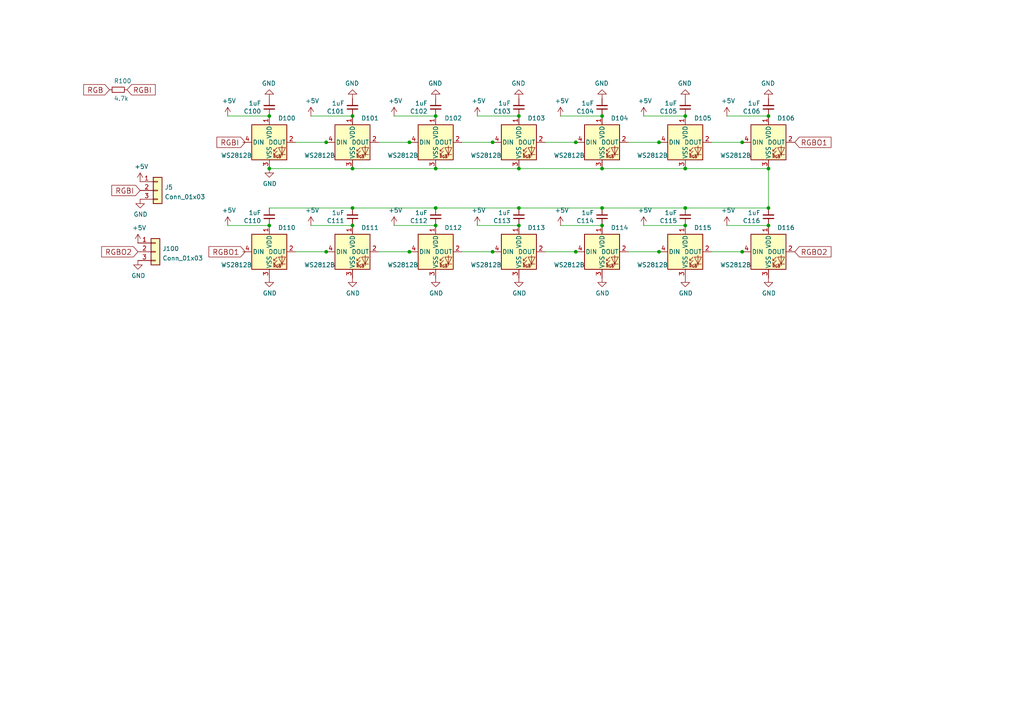
<source format=kicad_sch>
(kicad_sch (version 20211123) (generator eeschema)
  (paper "A4")
  (title_block (title "MNT Reform 2 Keyboard - ergo remix") (date "2022-2-22") (rev "1-ergo") (company "Copyright 2017-2020 MNT Research GmbH and milestogo") (comment 1 "https://mntre.com") (comment 2 "Original Engineer: Lukas F. Hartmann") (comment 3 "License: CERN-OHL-S 2.0") (comment 4 "remix at https://github.com/milestogo/reform"))
  (lib_symbols
    (symbol "Connector_Generic:Conn_01x03" (pin_names (offset 1.016) hide)
      (property "Reference" "J" (at 0 5.08 0))
      (property "Value" "Conn_01x03" (at 0 -5.08 0))
      (symbol "Conn_01x03_1_1"
        (rectangle (start -1.27 -2.413) (end 0 -2.667) (stroke (width 0.1524)))
        (rectangle (start -1.27 0.127) (end 0 -0.127) (stroke (width 0.1524)))
        (rectangle (start -1.27 2.667) (end 0 2.413) (stroke (width 0.1524)))
        (rectangle (start -1.27 3.81) (end 1.27 -3.81) (stroke (width 0.254)) (fill (type background)))
        (pin passive line (at -5.08 2.54 0) (length 3.81) (name "Pin_1") (number "1"))
        (pin passive line (at -5.08 0 0) (length 3.81) (name "Pin_2") (number "2"))
        (pin passive line (at -5.08 -2.54 0) (length 3.81) (name "Pin_3") (number "3"))
      )
    )
    (symbol "LED:WS2812B" (pin_names (offset 0.254))
      (property "Reference" "D" (at 5.08 5.715 0))
      (property "Value" "WS2812B" (at 1.27 -5.715 0))
      (symbol "WS2812B_0_0"
        (text "RGB" (at 2.286 -4.191 0) (effects (font (size 0.762 0.762))))
      )
      (symbol "WS2812B_0_1"
        (polyline (pts (xy 1.27 -3.556) (xy 1.778 -3.556)))
        (polyline (pts (xy 1.27 -2.54) (xy 1.778 -2.54)))
        (polyline (pts (xy 4.699 -3.556) (xy 2.667 -3.556)))
        (polyline (pts (xy 2.286 -2.54) (xy 1.27 -3.556) (xy 1.27 -3.048)))
        (polyline (pts (xy 2.286 -1.524) (xy 1.27 -2.54) (xy 1.27 -2.032)))
        (polyline (pts (xy 3.683 -1.016) (xy 3.683 -3.556) (xy 3.683 -4.064)))
        (polyline (pts (xy 4.699 -1.524) (xy 2.667 -1.524) (xy 3.683 -3.556) (xy 4.699 -1.524)))
        (rectangle (start 5.08 5.08) (end -5.08 -5.08) (stroke (width 0.254)) (fill (type background)))
      )
      (symbol "WS2812B_1_1"
        (pin power_in line (at 0 7.62 270) (length 2.54) (name "VDD") (number "1"))
        (pin output line (at 7.62 0 180) (length 2.54) (name "DOUT") (number "2"))
        (pin power_in line (at 0 -7.62 90) (length 2.54) (name "VSS") (number "3"))
        (pin input line (at -7.62 0 0) (length 2.54) (name "DIN") (number "4"))
      )
    )
    (symbol "power:+5V" (power) (pin_names (offset 0))
      (property "Value" "+5V" (at 0 3.556 0))
      (symbol "+5V_0_1"
        (polyline (pts (xy -0.762 1.27) (xy 0 2.54)))
        (polyline (pts (xy 0 0) (xy 0 2.54)))
        (polyline (pts (xy 0 2.54) (xy 0.762 1.27)))
      )
      (symbol "+5V_1_1"
        (pin power_in line (at 0 0 90) (length 0) hide (name "+5V") (number "1"))
      )
    )
    (symbol "power:GND" (power) (pin_names (offset 0))
      (property "Value" "GND" (at 0 -3.81 0))
      (symbol "GND_0_1"
        (polyline (pts (xy 0 0) (xy 0 -1.27) (xy 1.27 -1.27) (xy 0 -2.54) (xy -1.27 -1.27) (xy 0 -1.27)))
      )
      (symbol "GND_1_1"
        (pin power_in line (at 0 0 270) (length 0) hide (name "GND") (number "1"))
      )
    )
    (symbol "reform2-keyboard-rescue:C_Small-Device" (pin_numbers hide) (pin_names (offset 0.254) hide)
      (property "Reference" "C" (at 0.254 1.778 0))
      (property "Value" "C_Small-Device" (at 0.254 -2.032 0))
      (symbol "C_Small-Device_0_1"
        (polyline (pts (xy -1.524 -0.508) (xy 1.524 -0.508)) (stroke (width 0.3302)))
        (polyline (pts (xy -1.524 0.508) (xy 1.524 0.508)) (stroke (width 0.3048)))
      )
      (symbol "C_Small-Device_1_1"
        (pin passive line (at 0 2.54 270) (length 2.032) (name "~") (number "1"))
        (pin passive line (at 0 -2.54 90) (length 2.032) (name "~") (number "2"))
      )
    )
    (symbol "reform2-keyboard-rescue:R_Small-Device" (pin_numbers hide) (pin_names (offset 0.254) hide)
      (property "Reference" "R" (at 0.762 0.508 0))
      (property "Value" "R_Small-Device" (at 0.762 -1.016 0))
      (symbol "R_Small-Device_0_1"
        (rectangle (start -0.762 1.778) (end 0.762 -1.778) (stroke (width 0.2032)))
      )
      (symbol "R_Small-Device_1_1"
        (pin passive line (at 0 2.54 270) (length 0.762) (name "~") (number "1"))
        (pin passive line (at 0 -2.54 90) (length 0.762) (name "~") (number "2"))
      )
    )
  )
  (junction (at 126.365 48.895))
  (junction (at 118.745 41.275))
  (junction (at 191.135 41.275))
  (junction (at 78.105 33.655))
  (junction (at 174.625 48.895))
  (junction (at 150.495 33.655))
  (junction (at 142.875 41.275))
  (junction (at 198.755 65.405))
  (junction (at 126.365 33.655))
  (junction (at 102.235 60.325))
  (junction (at 78.105 65.405))
  (junction (at 222.885 60.325))
  (junction (at 102.235 65.405))
  (junction (at 118.745 73.025))
  (junction (at 102.235 48.895))
  (junction (at 222.885 48.895))
  (junction (at 198.755 48.895))
  (junction (at 126.365 65.405))
  (junction (at 222.885 33.655))
  (junction (at 222.885 65.405))
  (junction (at 167.005 73.025))
  (junction (at 150.495 65.405))
  (junction (at 126.365 60.325))
  (junction (at 78.105 48.895))
  (junction (at 198.755 60.325))
  (junction (at 150.495 60.325))
  (junction (at 94.615 73.025))
  (junction (at 150.495 48.895))
  (junction (at 191.135 73.025))
  (junction (at 215.265 41.275))
  (junction (at 174.625 33.655))
  (junction (at 94.615 41.275))
  (junction (at 102.235 33.655))
  (junction (at 174.625 60.325))
  (junction (at 142.875 73.025))
  (junction (at 174.625 65.405))
  (junction (at 215.265 73.025))
  (junction (at 167.005 41.275))
  (junction (at 198.755 33.655))
  (wire (pts (xy 198.755 60.325) (xy 222.885 60.325)))
  (wire (pts (xy 78.105 60.325) (xy 102.235 60.325)))
  (wire (pts (xy 85.725 73.025) (xy 94.615 73.025)))
  (wire (pts (xy 150.495 48.895) (xy 174.625 48.895)))
  (wire (pts (xy 174.625 60.325) (xy 198.755 60.325)))
  (wire (pts (xy 126.365 60.325) (xy 150.495 60.325)))
  (wire (pts (xy 133.985 41.275) (xy 142.875 41.275)))
  (wire (pts (xy 198.755 48.895) (xy 222.885 48.895)))
  (wire (pts (xy 206.375 73.025) (xy 215.265 73.025)))
  (wire (pts (xy 191.135 73.025) (xy 191.77 73.025)))
  (wire (pts (xy 126.365 48.895) (xy 150.495 48.895)))
  (wire (pts (xy 158.115 41.275) (xy 167.005 41.275)))
  (wire (pts (xy 158.115 73.025) (xy 167.005 73.025)))
  (wire (pts (xy 66.04 65.405) (xy 78.105 65.405)))
  (wire (pts (xy 167.005 73.025) (xy 167.64 73.025)))
  (wire (pts (xy 70.485 73.025) (xy 71.12 73.025)))
  (wire (pts (xy 90.17 33.655) (xy 102.235 33.655)))
  (wire (pts (xy 215.265 41.275) (xy 215.9 41.275)))
  (wire (pts (xy 138.43 65.405) (xy 150.495 65.405)))
  (wire (pts (xy 167.005 41.275) (xy 167.64 41.275)))
  (wire (pts (xy 66.04 33.655) (xy 78.105 33.655)))
  (wire (pts (xy 118.745 73.025) (xy 119.38 73.025)))
  (wire (pts (xy 114.3 33.655) (xy 126.365 33.655)))
  (wire (pts (xy 102.235 60.325) (xy 126.365 60.325)))
  (wire (pts (xy 210.82 65.405) (xy 222.885 65.405)))
  (wire (pts (xy 162.56 65.405) (xy 174.625 65.405)))
  (wire (pts (xy 210.82 33.655) (xy 222.885 33.655)))
  (wire (pts (xy 182.245 41.275) (xy 191.135 41.275)))
  (wire (pts (xy 85.725 41.275) (xy 94.615 41.275)))
  (wire (pts (xy 102.235 48.895) (xy 78.105 48.895)))
  (wire (pts (xy 182.245 73.025) (xy 191.135 73.025)))
  (wire (pts (xy 94.615 41.275) (xy 95.25 41.275)))
  (wire (pts (xy 90.17 65.405) (xy 102.235 65.405)))
  (wire (pts (xy 133.985 73.025) (xy 142.875 73.025)))
  (wire (pts (xy 109.855 73.025) (xy 118.745 73.025)))
  (wire (pts (xy 94.615 73.025) (xy 95.25 73.025)))
  (wire (pts (xy 186.69 65.405) (xy 198.755 65.405)))
  (wire (pts (xy 174.625 48.895) (xy 198.755 48.895)))
  (wire (pts (xy 109.855 41.275) (xy 118.745 41.275)))
  (wire (pts (xy 206.375 41.275) (xy 215.265 41.275)))
  (wire (pts (xy 191.135 41.275) (xy 191.77 41.275)))
  (wire (pts (xy 114.3 65.405) (xy 126.365 65.405)))
  (wire (pts (xy 150.495 60.325) (xy 174.625 60.325)))
  (wire (pts (xy 138.43 33.655) (xy 150.495 33.655)))
  (wire (pts (xy 102.235 48.895) (xy 126.365 48.895)))
  (wire (pts (xy 162.56 33.655) (xy 174.625 33.655)))
  (wire (pts (xy 215.265 73.025) (xy 215.9 73.025)))
  (wire (pts (xy 186.69 33.655) (xy 198.755 33.655)))
  (wire (pts (xy 118.745 41.275) (xy 119.38 41.275)))
  (wire (pts (xy 222.885 60.325) (xy 222.885 48.895)))
  (wire (pts (xy 142.875 73.025) (xy 143.51 73.025)))
  (wire (pts (xy 142.875 41.275) (xy 143.51 41.275)))
  (wire (pts (xy 78.105 48.26) (xy 78.105 48.895)))
  (wire (pts (xy 70.485 41.275) (xy 71.12 41.275)))
  (global_label "RGBI" (shape input) (at 40.64 55.245 180) (effects (font (size 1.524 1.524))) (property "Intersheet References" "${INTERSHEET_REFS}" (effects hide)))
  (global_label "RGBI" (shape input) (at 36.83 26.035 0) (effects (font (size 1.524 1.524))) (property "Intersheet References" "${INTERSHEET_REFS}" (effects hide)))
  (global_label "RGBO1" (shape input) (at 230.505 41.275 0) (effects (font (size 1.524 1.524))) (property "Intersheet References" "${INTERSHEET_REFS}" (effects hide)))
  (global_label "RGBI" (shape input) (at 71.12 41.275 180) (effects (font (size 1.524 1.524))) (property "Intersheet References" "${INTERSHEET_REFS}" (effects hide)))
  (global_label "RGBO2" (shape input) (at 230.505 73.025 0) (effects (font (size 1.524 1.524))) (property "Intersheet References" "${INTERSHEET_REFS}" (effects hide)))
  (global_label "RGBO2" (shape input) (at 40.005 73.025 180) (effects (font (size 1.524 1.524))) (property "Intersheet References" "${INTERSHEET_REFS}" (effects hide)))
  (global_label "RGB" (shape input) (at 31.75 26.035 180) (effects (font (size 1.524 1.524))) (property "Intersheet References" "${INTERSHEET_REFS}" (effects hide)))
  (global_label "RGBO1" (shape input) (at 71.12 73.025 180) (effects (font (size 1.524 1.524))) (property "Intersheet References" "${INTERSHEET_REFS}" (effects hide)))
  (symbol (lib_id "power:+5V") (at 66.04 33.655 0) (unit 1)
    (property "Reference" "#PWR020" (effects hide))
    (property "Value" "+5V" (at 66.421 29.2608 0))
  )
  (symbol (lib_id "reform2-keyboard-rescue:C_Small-Device") (at 78.105 31.115 180) (unit 1)
    (property "Reference" "C100" (at 75.7682 32.2834 0) (effects (justify left)))
    (property "Value" "1uF" (at 75.7682 29.972 0) (effects (justify left)))
    (property "Footprint" "Capacitor_SMD:C_0603_1608Metric" (effects hide))
    (property "Manufacturer" "Taiyo Yuden" (effects hide))
    (property "Manufacturer_No" "JMK107BB7475KA-T" (effects hide))
  )
  (symbol (lib_id "power:GND") (at 78.105 28.575 180) (unit 1)
    (property "Reference" "#PWR021" (effects hide))
    (property "Value" "GND" (at 77.978 24.1808 0))
  )
  (symbol (lib_id "power:GND") (at 222.885 28.575 180) (unit 1)
    (property "Reference" "#PWR0129" (effects hide))
    (property "Value" "GND" (at 222.758 24.1808 0))
  )
  (symbol (lib_id "power:+5V") (at 138.43 65.405 0) (unit 1)
    (property "Reference" "#PWR0116" (effects hide))
    (property "Value" "+5V" (at 138.811 61.0108 0))
  )
  (symbol (lib_id "reform2-keyboard-rescue:R_Small-Device") (at 34.29 26.035 270) (unit 1)
    (property "Reference" "R100" (at 33.02 23.495 90) (effects (justify left)))
    (property "Value" "4.7k" (at 33.02 28.575 90) (effects (justify left)))
    (property "Footprint" "Resistor_SMD:R_0805_2012Metric_Pad1.20x1.40mm_HandSolder" (effects hide))
    (property "Manufacturer" "Vishay Dale" (effects hide))
    (property "Manufacturer_No" "CRCW06030000Z0EAC" (effects hide))
  )
  (symbol (lib_id "power:GND") (at 198.755 80.645 0) (unit 1)
    (property "Reference" "#PWR0106" (effects hide))
    (property "Value" "GND" (at 198.882 85.0392 0))
  )
  (symbol (lib_id "reform2-keyboard-rescue:C_Small-Device") (at 150.495 62.865 180) (unit 1)
    (property "Reference" "C113" (at 148.1582 64.0334 0) (effects (justify left)))
    (property "Value" "1uF" (at 148.1582 61.722 0) (effects (justify left)))
    (property "Footprint" "Capacitor_SMD:C_0603_1608Metric" (effects hide))
    (property "Manufacturer" "Taiyo Yuden" (effects hide))
    (property "Manufacturer_No" "JMK107BB7475KA-T" (effects hide))
  )
  (symbol (lib_id "reform2-keyboard-rescue:C_Small-Device") (at 222.885 31.115 180) (unit 1)
    (property "Reference" "C106" (at 220.5482 32.2834 0) (effects (justify left)))
    (property "Value" "1uF" (at 220.5482 29.972 0) (effects (justify left)))
    (property "Footprint" "Capacitor_SMD:C_0603_1608Metric" (effects hide))
    (property "Manufacturer" "Taiyo Yuden" (effects hide))
    (property "Manufacturer_No" "JMK107BB7475KA-T" (effects hide))
  )
  (symbol (lib_id "power:+5V") (at 114.3 65.405 0) (unit 1)
    (property "Reference" "#PWR0118" (effects hide))
    (property "Value" "+5V" (at 114.681 61.0108 0))
  )
  (symbol (lib_id "power:+5V") (at 210.82 33.655 0) (unit 1)
    (property "Reference" "#PWR0128" (effects hide))
    (property "Value" "+5V" (at 211.201 29.2608 0))
  )
  (symbol (lib_id "power:GND") (at 40.005 75.565 0) (unit 1)
    (property "Reference" "#PWR0112" (effects hide))
    (property "Value" "GND" (at 40.132 79.9592 0))
  )
  (symbol (lib_id "power:GND") (at 102.235 80.645 0) (unit 1)
    (property "Reference" "#PWR0144" (effects hide))
    (property "Value" "GND" (at 102.362 85.0392 0))
  )
  (symbol (lib_id "LED:WS2812B") (at 174.625 41.275 0) (unit 1)
    (property "Reference" "D104" (at 179.705 34.29 0))
    (property "Value" "WS2812B" (at 165.1 45.085 0))
    (property "Footprint" "keebio:SK6812-MINI-E" (effects hide))
    (property "Datasheet" "https://cdn-shop.adafruit.com/datasheets/WS2812B.pdf" (effects hide))
  )
  (symbol (lib_id "power:+5V") (at 186.69 65.405 0) (unit 1)
    (property "Reference" "#PWR0134" (effects hide))
    (property "Value" "+5V" (at 187.071 61.0108 0))
  )
  (symbol (lib_id "power:GND") (at 222.885 80.645 0) (unit 1)
    (property "Reference" "#PWR0110" (effects hide))
    (property "Value" "GND" (at 223.012 85.0392 0))
  )
  (symbol (lib_id "power:+5V") (at 66.04 65.405 0) (unit 1)
    (property "Reference" "#PWR0142" (effects hide))
    (property "Value" "+5V" (at 66.421 61.0108 0))
  )
  (symbol (lib_id "power:+5V") (at 90.17 65.405 0) (unit 1)
    (property "Reference" "#PWR0139" (effects hide))
    (property "Value" "+5V" (at 90.551 61.0108 0))
  )
  (symbol (lib_id "LED:WS2812B") (at 126.365 41.275 0) (unit 1)
    (property "Reference" "D102" (at 131.445 34.29 0))
    (property "Value" "WS2812B" (at 116.84 45.085 0))
    (property "Footprint" "keebio:SK6812-MINI-E" (effects hide))
    (property "Datasheet" "https://cdn-shop.adafruit.com/datasheets/WS2812B.pdf" (effects hide))
  )
  (symbol (lib_id "reform2-keyboard-rescue:C_Small-Device") (at 174.625 62.865 180) (unit 1)
    (property "Reference" "C114" (at 172.2882 64.0334 0) (effects (justify left)))
    (property "Value" "1uF" (at 172.2882 61.722 0) (effects (justify left)))
    (property "Footprint" "Capacitor_SMD:C_0603_1608Metric" (effects hide))
    (property "Manufacturer" "Taiyo Yuden" (effects hide))
    (property "Manufacturer_No" "JMK107BB7475KA-T" (effects hide))
  )
  (symbol (lib_id "power:+5V") (at 90.17 33.655 0) (unit 1)
    (property "Reference" "#PWR0146" (effects hide))
    (property "Value" "+5V" (at 90.551 29.2608 0))
  )
  (symbol (lib_id "power:GND") (at 102.235 28.575 180) (unit 1)
    (property "Reference" "#PWR0145" (effects hide))
    (property "Value" "GND" (at 102.108 24.1808 0))
  )
  (symbol (lib_id "power:+5V") (at 162.56 65.405 0) (unit 1)
    (property "Reference" "#PWR0109" (effects hide))
    (property "Value" "+5V" (at 162.941 61.0108 0))
  )
  (symbol (lib_id "reform2-keyboard-rescue:C_Small-Device") (at 102.235 31.115 180) (unit 1)
    (property "Reference" "C101" (at 99.8982 32.2834 0) (effects (justify left)))
    (property "Value" "1uF" (at 99.8982 29.972 0) (effects (justify left)))
    (property "Footprint" "Capacitor_SMD:C_0603_1608Metric" (effects hide))
    (property "Manufacturer" "Taiyo Yuden" (effects hide))
    (property "Manufacturer_No" "JMK107BB7475KA-T" (effects hide))
  )
  (symbol (lib_id "power:GND") (at 150.495 28.575 180) (unit 1)
    (property "Reference" "#PWR0123" (effects hide))
    (property "Value" "GND" (at 150.368 24.1808 0))
  )
  (symbol (lib_id "LED:WS2812B") (at 78.105 41.275 0) (unit 1)
    (property "Reference" "D100" (at 83.185 34.29 0))
    (property "Value" "WS2812B" (at 68.58 45.085 0))
    (property "Footprint" "keebio:SK6812-MINI-E" (effects hide))
    (property "Datasheet" "https://cdn-shop.adafruit.com/datasheets/WS2812B.pdf" (effects hide))
  )
  (symbol (lib_id "reform2-keyboard-rescue:C_Small-Device") (at 198.755 62.865 180) (unit 1)
    (property "Reference" "C115" (at 196.4182 64.0334 0) (effects (justify left)))
    (property "Value" "1uF" (at 196.4182 61.722 0) (effects (justify left)))
    (property "Footprint" "Capacitor_SMD:C_0603_1608Metric" (effects hide))
    (property "Manufacturer" "Taiyo Yuden" (effects hide))
    (property "Manufacturer_No" "JMK107BB7475KA-T" (effects hide))
  )
  (symbol (lib_id "power:+5V") (at 40.64 52.705 0) (unit 1)
    (property "Reference" "#PWR0135" (effects hide))
    (property "Value" "+5V" (at 41.021 48.3108 0))
  )
  (symbol (lib_id "LED:WS2812B") (at 150.495 41.275 0) (unit 1)
    (property "Reference" "D103" (at 155.575 34.29 0))
    (property "Value" "WS2812B" (at 140.97 45.085 0))
    (property "Footprint" "keebio:SK6812-MINI-E" (effects hide))
    (property "Datasheet" "https://cdn-shop.adafruit.com/datasheets/WS2812B.pdf" (effects hide))
  )
  (symbol (lib_id "LED:WS2812B") (at 150.495 73.025 0) (unit 1)
    (property "Reference" "D113" (at 155.575 66.04 0))
    (property "Value" "WS2812B" (at 140.97 76.835 0))
    (property "Footprint" "keebio:SK6812-MINI-E" (effects hide))
    (property "Datasheet" "https://cdn-shop.adafruit.com/datasheets/WS2812B.pdf" (effects hide))
  )
  (symbol (lib_id "reform2-keyboard-rescue:C_Small-Device") (at 78.105 62.865 180) (unit 1)
    (property "Reference" "C110" (at 75.7682 64.0334 0) (effects (justify left)))
    (property "Value" "1uF" (at 75.7682 61.722 0) (effects (justify left)))
    (property "Footprint" "Capacitor_SMD:C_0603_1608Metric" (effects hide))
    (property "Manufacturer" "Taiyo Yuden" (effects hide))
    (property "Manufacturer_No" "JMK107BB7475KA-T" (effects hide))
  )
  (symbol (lib_id "power:GND") (at 174.625 80.645 0) (unit 1)
    (property "Reference" "#PWR0107" (effects hide))
    (property "Value" "GND" (at 174.752 85.0392 0))
  )
  (symbol (lib_id "Connector_Generic:Conn_01x03") (at 45.085 73.025 0) (unit 1)
    (property "Reference" "J100" (at 47.117 72.1165 0) (effects (justify left)))
    (property "Value" "Conn_01x03" (at 47.117 74.8916 0) (effects (justify left)))
    (property "Footprint" "Connector_PinHeader_2.54mm:PinHeader_1x03_P2.54mm_Vertical" (effects hide))
  )
  (symbol (lib_id "power:+5V") (at 114.3 33.655 0) (unit 1)
    (property "Reference" "#PWR0114" (effects hide))
    (property "Value" "+5V" (at 114.681 29.2608 0))
  )
  (symbol (lib_id "power:GND") (at 174.625 28.575 180) (unit 1)
    (property "Reference" "#PWR0125" (effects hide))
    (property "Value" "GND" (at 174.498 24.1808 0))
  )
  (symbol (lib_id "LED:WS2812B") (at 222.885 73.025 0) (unit 1)
    (property "Reference" "D116" (at 227.965 66.04 0))
    (property "Value" "WS2812B" (at 213.36 76.835 0))
    (property "Footprint" "keebio:SK6812-MINI-E" (effects hide))
    (property "Datasheet" "https://cdn-shop.adafruit.com/datasheets/WS2812B.pdf" (effects hide))
  )
  (symbol (lib_id "LED:WS2812B") (at 198.755 41.275 0) (unit 1)
    (property "Reference" "D105" (at 203.835 34.29 0))
    (property "Value" "WS2812B" (at 189.23 45.085 0))
    (property "Footprint" "keebio:SK6812-MINI-E" (effects hide))
    (property "Datasheet" "https://cdn-shop.adafruit.com/datasheets/WS2812B.pdf" (effects hide))
  )
  (symbol (lib_id "power:+5V") (at 40.005 70.485 0) (unit 1)
    (property "Reference" "#PWR0111" (effects hide))
    (property "Value" "+5V" (at 40.386 66.0908 0))
  )
  (symbol (lib_id "reform2-keyboard-rescue:C_Small-Device") (at 174.625 31.115 180) (unit 1)
    (property "Reference" "C104" (at 172.2882 32.2834 0) (effects (justify left)))
    (property "Value" "1uF" (at 172.2882 29.972 0) (effects (justify left)))
    (property "Footprint" "Capacitor_SMD:C_0603_1608Metric" (effects hide))
    (property "Manufacturer" "Taiyo Yuden" (effects hide))
    (property "Manufacturer_No" "JMK107BB7475KA-T" (effects hide))
  )
  (symbol (lib_id "LED:WS2812B") (at 198.755 73.025 0) (unit 1)
    (property "Reference" "D115" (at 203.835 66.04 0))
    (property "Value" "WS2812B" (at 189.23 76.835 0))
    (property "Footprint" "keebio:SK6812-MINI-E" (effects hide))
    (property "Datasheet" "https://cdn-shop.adafruit.com/datasheets/WS2812B.pdf" (effects hide))
  )
  (symbol (lib_id "LED:WS2812B") (at 126.365 73.025 0) (unit 1)
    (property "Reference" "D112" (at 131.445 66.04 0))
    (property "Value" "WS2812B" (at 116.84 76.835 0))
    (property "Footprint" "keebio:SK6812-MINI-E" (effects hide))
    (property "Datasheet" "https://cdn-shop.adafruit.com/datasheets/WS2812B.pdf" (effects hide))
  )
  (symbol (lib_id "LED:WS2812B") (at 222.885 41.275 0) (unit 1)
    (property "Reference" "D106" (at 227.965 34.29 0))
    (property "Value" "WS2812B" (at 213.36 45.085 0))
    (property "Footprint" "keebio:SK6812-MINI-E" (effects hide))
    (property "Datasheet" "https://cdn-shop.adafruit.com/datasheets/WS2812B.pdf" (effects hide))
  )
  (symbol (lib_id "reform2-keyboard-rescue:C_Small-Device") (at 222.885 62.865 180) (unit 1)
    (property "Reference" "C116" (at 220.5482 64.0334 0) (effects (justify left)))
    (property "Value" "1uF" (at 220.5482 61.722 0) (effects (justify left)))
    (property "Footprint" "Capacitor_SMD:C_0603_1608Metric" (effects hide))
    (property "Manufacturer" "Taiyo Yuden" (effects hide))
    (property "Manufacturer_No" "JMK107BB7475KA-T" (effects hide))
  )
  (symbol (lib_id "power:GND") (at 126.365 80.645 0) (unit 1)
    (property "Reference" "#PWR0115" (effects hide))
    (property "Value" "GND" (at 126.492 85.0392 0))
  )
  (symbol (lib_id "power:+5V") (at 186.69 33.655 0) (unit 1)
    (property "Reference" "#PWR0130" (effects hide))
    (property "Value" "+5V" (at 187.071 29.2608 0))
  )
  (symbol (lib_id "reform2-keyboard-rescue:C_Small-Device") (at 150.495 31.115 180) (unit 1)
    (property "Reference" "C103" (at 148.1582 32.2834 0) (effects (justify left)))
    (property "Value" "1uF" (at 148.1582 29.972 0) (effects (justify left)))
    (property "Footprint" "Capacitor_SMD:C_0603_1608Metric" (effects hide))
    (property "Manufacturer" "Taiyo Yuden" (effects hide))
    (property "Manufacturer_No" "JMK107BB7475KA-T" (effects hide))
  )
  (symbol (lib_id "LED:WS2812B") (at 102.235 41.275 0) (unit 1)
    (property "Reference" "D101" (at 107.315 34.29 0))
    (property "Value" "WS2812B" (at 92.71 45.085 0))
    (property "Footprint" "keebio:SK6812-MINI-E" (effects hide))
    (property "Datasheet" "https://cdn-shop.adafruit.com/datasheets/WS2812B.pdf" (effects hide))
  )
  (symbol (lib_id "power:+5V") (at 210.82 65.405 0) (unit 1)
    (property "Reference" "#PWR0108" (effects hide))
    (property "Value" "+5V" (at 211.201 61.0108 0))
  )
  (symbol (lib_id "reform2-keyboard-rescue:C_Small-Device") (at 198.755 31.115 180) (unit 1)
    (property "Reference" "C105" (at 196.4182 32.2834 0) (effects (justify left)))
    (property "Value" "1uF" (at 196.4182 29.972 0) (effects (justify left)))
    (property "Footprint" "Capacitor_SMD:C_0603_1608Metric" (effects hide))
    (property "Manufacturer" "Taiyo Yuden" (effects hide))
    (property "Manufacturer_No" "JMK107BB7475KA-T" (effects hide))
  )
  (symbol (lib_id "power:+5V") (at 162.56 33.655 0) (unit 1)
    (property "Reference" "#PWR0127" (effects hide))
    (property "Value" "+5V" (at 162.941 29.2608 0))
  )
  (symbol (lib_id "LED:WS2812B") (at 174.625 73.025 0) (unit 1)
    (property "Reference" "D114" (at 179.705 66.04 0))
    (property "Value" "WS2812B" (at 165.1 76.835 0))
    (property "Footprint" "keebio:SK6812-MINI-E" (effects hide))
    (property "Datasheet" "https://cdn-shop.adafruit.com/datasheets/WS2812B.pdf" (effects hide))
  )
  (symbol (lib_id "reform2-keyboard-rescue:C_Small-Device") (at 126.365 31.115 180) (unit 1)
    (property "Reference" "C102" (at 124.0282 32.2834 0) (effects (justify left)))
    (property "Value" "1uF" (at 124.0282 29.972 0) (effects (justify left)))
    (property "Footprint" "Capacitor_SMD:C_0603_1608Metric" (effects hide))
    (property "Manufacturer" "Taiyo Yuden" (effects hide))
    (property "Manufacturer_No" "JMK107BB7475KA-T" (effects hide))
  )
  (symbol (lib_id "power:GND") (at 198.755 28.575 180) (unit 1)
    (property "Reference" "#PWR0131" (effects hide))
    (property "Value" "GND" (at 198.628 24.1808 0))
  )
  (symbol (lib_id "LED:WS2812B") (at 78.105 73.025 0) (unit 1)
    (property "Reference" "D110" (at 83.185 66.04 0))
    (property "Value" "WS2812B" (at 68.58 76.835 0))
    (property "Footprint" "keebio:SK6812-MINI-E" (effects hide))
    (property "Datasheet" "https://cdn-shop.adafruit.com/datasheets/WS2812B.pdf" (effects hide))
  )
  (symbol (lib_id "power:GND") (at 150.495 80.645 0) (unit 1)
    (property "Reference" "#PWR0122" (effects hide))
    (property "Value" "GND" (at 150.622 85.0392 0))
  )
  (symbol (lib_id "power:GND") (at 78.105 80.645 0) (unit 1)
    (property "Reference" "#PWR0147" (effects hide))
    (property "Value" "GND" (at 78.232 85.0392 0))
  )
  (symbol (lib_id "power:GND") (at 126.365 28.575 180) (unit 1)
    (property "Reference" "#PWR0113" (effects hide))
    (property "Value" "GND" (at 126.238 24.1808 0))
  )
  (symbol (lib_id "reform2-keyboard-rescue:C_Small-Device") (at 102.235 62.865 180) (unit 1)
    (property "Reference" "C111" (at 99.8982 64.0334 0) (effects (justify left)))
    (property "Value" "1uF" (at 99.8982 61.722 0) (effects (justify left)))
    (property "Footprint" "Capacitor_SMD:C_0603_1608Metric" (effects hide))
    (property "Manufacturer" "Taiyo Yuden" (effects hide))
    (property "Manufacturer_No" "JMK107BB7475KA-T" (effects hide))
  )
  (symbol (lib_id "power:GND") (at 40.64 57.785 0) (unit 1)
    (property "Reference" "#PWR0136" (effects hide))
    (property "Value" "GND" (at 40.767 62.1792 0))
  )
  (symbol (lib_id "power:GND") (at 78.105 48.895 0) (unit 1)
    (property "Reference" "#PWR0141" (effects hide))
    (property "Value" "GND" (at 78.232 53.2892 0))
  )
  (symbol (lib_id "LED:WS2812B") (at 102.235 73.025 0) (unit 1)
    (property "Reference" "D111" (at 107.315 66.04 0))
    (property "Value" "WS2812B" (at 92.71 76.835 0))
    (property "Footprint" "keebio:SK6812-MINI-E" (effects hide))
    (property "Datasheet" "https://cdn-shop.adafruit.com/datasheets/WS2812B.pdf" (effects hide))
  )
  (symbol (lib_id "power:+5V") (at 138.43 33.655 0) (unit 1)
    (property "Reference" "#PWR0124" (effects hide))
    (property "Value" "+5V" (at 138.811 29.2608 0))
  )
  (symbol (lib_id "reform2-keyboard-rescue:C_Small-Device") (at 126.365 62.865 180) (unit 1)
    (property "Reference" "C112" (at 124.0282 64.0334 0) (effects (justify left)))
    (property "Value" "1uF" (at 124.0282 61.722 0) (effects (justify left)))
    (property "Footprint" "Capacitor_SMD:C_0603_1608Metric" (effects hide))
    (property "Manufacturer" "Taiyo Yuden" (effects hide))
    (property "Manufacturer_No" "JMK107BB7475KA-T" (effects hide))
  )
  (symbol (lib_id "Connector_Generic:Conn_01x03") (at 45.72 55.245 0) (unit 1)
    (property "Reference" "J5" (at 47.752 54.3365 0) (effects (justify left)))
    (property "Value" "Conn_01x03" (at 47.752 57.1116 0) (effects (justify left)))
    (property "Footprint" "Connector_PinHeader_2.54mm:PinHeader_1x03_P2.54mm_Vertical" (effects hide))
  )
)
</source>
